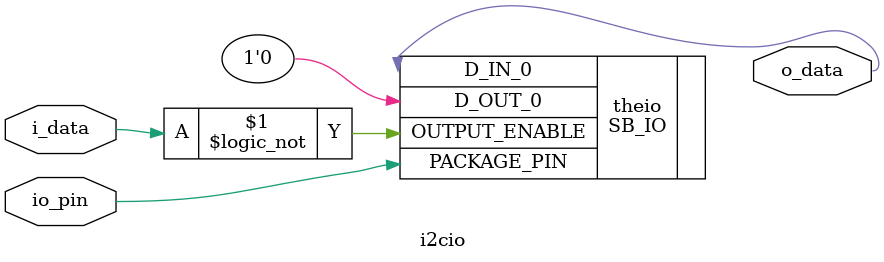
<source format=v>
`default_nettype	none
module	i2cio(i_data, o_data, io_pin);
	input	wire	i_data;
	output	wire	o_data;
	inout	wire	io_pin;

	SB_IO #(.PULLUP(1'b1),
		.PIN_TYPE(6'b101001))
	theio(
		.OUTPUT_ENABLE(!i_data),
		.PACKAGE_PIN(io_pin),
		.D_OUT_0(1'b0),
		.D_IN_0(o_data)
	);

endmodule

</source>
